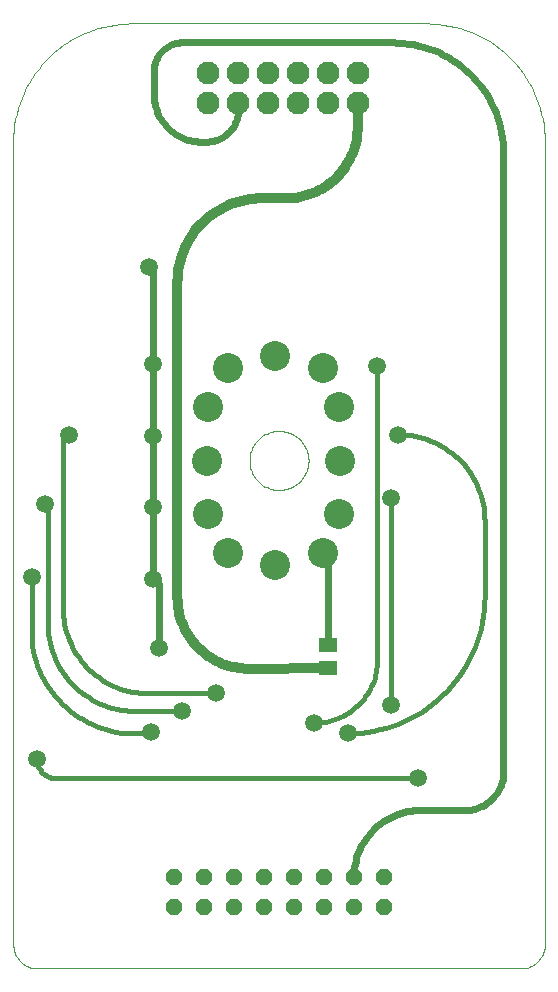
<source format=gbl>
G75*
G70*
%OFA0B0*%
%FSLAX24Y24*%
%IPPOS*%
%LPD*%
%AMOC8*
5,1,8,0,0,1.08239X$1,22.5*
%
%ADD10C,0.0000*%
%ADD11R,0.0630X0.0512*%
%ADD12OC8,0.0560*%
%ADD13C,0.0768*%
%ADD14C,0.1000*%
%ADD15C,0.0591*%
%ADD16C,0.0160*%
%ADD17C,0.0240*%
%ADD18C,0.0320*%
D10*
X000100Y000887D02*
X000100Y027659D01*
X000104Y027846D01*
X000118Y028033D01*
X000140Y028219D01*
X000171Y028404D01*
X000211Y028587D01*
X000259Y028768D01*
X000317Y028947D01*
X000382Y029122D01*
X000456Y029294D01*
X000538Y029463D01*
X000627Y029628D01*
X000725Y029788D01*
X000830Y029943D01*
X000942Y030093D01*
X001062Y030237D01*
X001188Y030376D01*
X001320Y030508D01*
X001459Y030634D01*
X001603Y030754D01*
X001753Y030866D01*
X001908Y030971D01*
X002068Y031069D01*
X002233Y031158D01*
X002402Y031240D01*
X002574Y031314D01*
X002749Y031379D01*
X002928Y031437D01*
X003109Y031485D01*
X003292Y031525D01*
X003477Y031556D01*
X003663Y031578D01*
X003850Y031592D01*
X004037Y031596D01*
X013880Y031596D01*
X014067Y031592D01*
X014254Y031578D01*
X014440Y031556D01*
X014625Y031525D01*
X014808Y031485D01*
X014989Y031437D01*
X015168Y031379D01*
X015343Y031314D01*
X015515Y031240D01*
X015684Y031158D01*
X015848Y031069D01*
X016009Y030971D01*
X016164Y030866D01*
X016314Y030754D01*
X016458Y030634D01*
X016597Y030508D01*
X016729Y030376D01*
X016855Y030237D01*
X016975Y030093D01*
X017087Y029943D01*
X017192Y029788D01*
X017290Y029628D01*
X017379Y029463D01*
X017461Y029294D01*
X017535Y029122D01*
X017600Y028947D01*
X017658Y028768D01*
X017706Y028587D01*
X017746Y028404D01*
X017777Y028219D01*
X017799Y028033D01*
X017813Y027846D01*
X017817Y027659D01*
X017817Y000887D01*
X017816Y000887D02*
X017814Y000833D01*
X017809Y000780D01*
X017800Y000727D01*
X017787Y000675D01*
X017771Y000623D01*
X017751Y000573D01*
X017728Y000525D01*
X017701Y000478D01*
X017672Y000433D01*
X017639Y000390D01*
X017604Y000350D01*
X017566Y000312D01*
X017526Y000277D01*
X017483Y000244D01*
X017438Y000215D01*
X017391Y000188D01*
X017343Y000165D01*
X017293Y000145D01*
X017241Y000129D01*
X017189Y000116D01*
X017136Y000107D01*
X017083Y000102D01*
X017029Y000100D01*
X000887Y000100D01*
X000833Y000102D01*
X000780Y000107D01*
X000727Y000116D01*
X000675Y000129D01*
X000623Y000145D01*
X000573Y000165D01*
X000525Y000188D01*
X000478Y000215D01*
X000433Y000244D01*
X000390Y000277D01*
X000350Y000312D01*
X000312Y000350D01*
X000277Y000390D01*
X000244Y000433D01*
X000215Y000478D01*
X000188Y000525D01*
X000165Y000573D01*
X000145Y000623D01*
X000129Y000675D01*
X000116Y000727D01*
X000107Y000780D01*
X000102Y000833D01*
X000100Y000887D01*
X007974Y017029D02*
X007976Y017091D01*
X007982Y017154D01*
X007992Y017215D01*
X008006Y017276D01*
X008023Y017336D01*
X008044Y017395D01*
X008070Y017452D01*
X008098Y017507D01*
X008130Y017561D01*
X008166Y017612D01*
X008204Y017662D01*
X008246Y017708D01*
X008290Y017752D01*
X008338Y017793D01*
X008387Y017831D01*
X008439Y017865D01*
X008493Y017896D01*
X008549Y017924D01*
X008607Y017948D01*
X008666Y017969D01*
X008726Y017985D01*
X008787Y017998D01*
X008849Y018007D01*
X008911Y018012D01*
X008974Y018013D01*
X009036Y018010D01*
X009098Y018003D01*
X009160Y017992D01*
X009220Y017977D01*
X009280Y017959D01*
X009338Y017937D01*
X009395Y017911D01*
X009450Y017881D01*
X009503Y017848D01*
X009554Y017812D01*
X009602Y017773D01*
X009648Y017730D01*
X009691Y017685D01*
X009731Y017637D01*
X009768Y017587D01*
X009802Y017534D01*
X009833Y017480D01*
X009859Y017424D01*
X009883Y017366D01*
X009902Y017306D01*
X009918Y017246D01*
X009930Y017184D01*
X009938Y017123D01*
X009942Y017060D01*
X009942Y016998D01*
X009938Y016935D01*
X009930Y016874D01*
X009918Y016812D01*
X009902Y016752D01*
X009883Y016692D01*
X009859Y016634D01*
X009833Y016578D01*
X009802Y016524D01*
X009768Y016471D01*
X009731Y016421D01*
X009691Y016373D01*
X009648Y016328D01*
X009602Y016285D01*
X009554Y016246D01*
X009503Y016210D01*
X009450Y016177D01*
X009395Y016147D01*
X009338Y016121D01*
X009280Y016099D01*
X009220Y016081D01*
X009160Y016066D01*
X009098Y016055D01*
X009036Y016048D01*
X008974Y016045D01*
X008911Y016046D01*
X008849Y016051D01*
X008787Y016060D01*
X008726Y016073D01*
X008666Y016089D01*
X008607Y016110D01*
X008549Y016134D01*
X008493Y016162D01*
X008439Y016193D01*
X008387Y016227D01*
X008338Y016265D01*
X008290Y016306D01*
X008246Y016350D01*
X008204Y016396D01*
X008166Y016446D01*
X008130Y016497D01*
X008098Y016551D01*
X008070Y016606D01*
X008044Y016663D01*
X008023Y016722D01*
X008006Y016782D01*
X007992Y016843D01*
X007982Y016904D01*
X007976Y016967D01*
X007974Y017029D01*
D11*
X010576Y010876D03*
X010576Y010128D03*
D12*
X010443Y003151D03*
X010443Y002151D03*
X011443Y002151D03*
X011443Y003151D03*
X012443Y003151D03*
X012443Y002151D03*
X009443Y002151D03*
X009443Y003151D03*
X008443Y003151D03*
X008443Y002151D03*
X007443Y002151D03*
X007443Y003151D03*
X006443Y003151D03*
X006443Y002151D03*
X005443Y002151D03*
X005443Y003151D03*
D13*
X006584Y028939D03*
X006584Y029939D03*
X007584Y029939D03*
X007584Y028939D03*
X008584Y028939D03*
X008584Y029939D03*
X009584Y029939D03*
X009584Y028939D03*
X010584Y028939D03*
X010584Y029939D03*
X011584Y029939D03*
X011584Y028939D03*
D14*
X008833Y020501D03*
X007258Y020107D03*
X006596Y018801D03*
X006546Y017029D03*
X006596Y015257D03*
X007258Y013951D03*
X008833Y013558D03*
X010408Y013951D03*
X010945Y015257D03*
X010995Y017029D03*
X010945Y018801D03*
X010408Y020107D03*
D15*
X012226Y020179D03*
X012935Y017895D03*
X012698Y015769D03*
X012698Y008880D03*
X013604Y006439D03*
X011242Y007935D03*
X010139Y008289D03*
X006872Y009273D03*
X005730Y008683D03*
X004706Y007974D03*
X004943Y010769D03*
X004746Y013092D03*
X004746Y015494D03*
X004746Y017856D03*
X004746Y020257D03*
X004628Y023486D03*
X001950Y017895D03*
X001163Y015572D03*
X000730Y013131D03*
X000887Y007069D03*
D16*
X000889Y007020D01*
X000895Y006970D01*
X000904Y006922D01*
X000918Y006874D01*
X000935Y006828D01*
X000956Y006783D01*
X000980Y006740D01*
X001007Y006699D01*
X001038Y006660D01*
X001072Y006624D01*
X001108Y006590D01*
X001147Y006559D01*
X001188Y006532D01*
X001231Y006508D01*
X001276Y006487D01*
X001322Y006470D01*
X001370Y006456D01*
X001418Y006447D01*
X001468Y006441D01*
X001517Y006439D01*
X013604Y006439D01*
X012698Y008880D02*
X012698Y015769D01*
X012935Y017895D02*
X013072Y017892D01*
X013208Y017882D01*
X013344Y017866D01*
X013479Y017843D01*
X013613Y017814D01*
X013745Y017779D01*
X013875Y017737D01*
X014003Y017689D01*
X014129Y017635D01*
X014252Y017576D01*
X014372Y017510D01*
X014489Y017439D01*
X014602Y017362D01*
X014712Y017280D01*
X014817Y017193D01*
X014918Y017101D01*
X015015Y017004D01*
X015107Y016903D01*
X015194Y016798D01*
X015276Y016688D01*
X015353Y016575D01*
X015424Y016458D01*
X015490Y016338D01*
X015549Y016215D01*
X015603Y016089D01*
X015651Y015961D01*
X015693Y015831D01*
X015728Y015699D01*
X015757Y015565D01*
X015780Y015430D01*
X015796Y015294D01*
X015806Y015158D01*
X015809Y015021D01*
X015809Y012502D01*
X012226Y010376D02*
X012226Y020179D01*
X015809Y012502D02*
X015804Y012285D01*
X015788Y012068D01*
X015763Y011852D01*
X015726Y011638D01*
X015680Y011425D01*
X015624Y011215D01*
X015558Y011008D01*
X015482Y010805D01*
X015396Y010605D01*
X015301Y010409D01*
X015197Y010219D01*
X015084Y010033D01*
X014962Y009853D01*
X014832Y009679D01*
X014694Y009511D01*
X014547Y009350D01*
X014394Y009197D01*
X014233Y009050D01*
X014065Y008912D01*
X013891Y008782D01*
X013711Y008660D01*
X013526Y008547D01*
X013335Y008443D01*
X013139Y008348D01*
X012939Y008262D01*
X012736Y008186D01*
X012529Y008120D01*
X012319Y008064D01*
X012106Y008018D01*
X011892Y007981D01*
X011676Y007956D01*
X011459Y007940D01*
X011242Y007935D01*
X010139Y008289D02*
X010238Y008291D01*
X010337Y008298D01*
X010436Y008310D01*
X010534Y008327D01*
X010631Y008348D01*
X010727Y008374D01*
X010822Y008404D01*
X010915Y008438D01*
X011006Y008478D01*
X011095Y008521D01*
X011183Y008569D01*
X011267Y008620D01*
X011350Y008676D01*
X011429Y008736D01*
X011506Y008799D01*
X011579Y008866D01*
X011649Y008936D01*
X011716Y009009D01*
X011779Y009086D01*
X011839Y009165D01*
X011895Y009248D01*
X011946Y009333D01*
X011994Y009420D01*
X012037Y009509D01*
X012077Y009600D01*
X012111Y009693D01*
X012141Y009788D01*
X012167Y009884D01*
X012188Y009981D01*
X012205Y010079D01*
X012217Y010178D01*
X012224Y010277D01*
X012226Y010376D01*
X006872Y009273D02*
X004588Y009273D01*
X004116Y008683D02*
X005730Y008683D01*
X004706Y007974D02*
X004537Y007951D01*
X004368Y007937D01*
X004198Y007930D01*
X004027Y007932D01*
X003857Y007943D01*
X003688Y007962D01*
X003520Y007989D01*
X003354Y008024D01*
X003189Y008067D01*
X003027Y008119D01*
X002867Y008178D01*
X002710Y008245D01*
X002557Y008320D01*
X002408Y008402D01*
X002263Y008491D01*
X002123Y008587D01*
X001987Y008691D01*
X001857Y008800D01*
X001732Y008916D01*
X001613Y009038D01*
X001501Y009166D01*
X001394Y009298D01*
X001295Y009436D01*
X001202Y009579D01*
X001116Y009726D01*
X001038Y009877D01*
X000967Y010032D01*
X000903Y010190D01*
X000848Y010351D01*
X000801Y010515D01*
X000761Y010680D01*
X000730Y010848D01*
X000730Y013131D01*
X001754Y012108D02*
X001754Y017698D01*
X001753Y017698D02*
X001755Y017724D01*
X001760Y017749D01*
X001768Y017773D01*
X001779Y017797D01*
X001794Y017818D01*
X001811Y017837D01*
X001830Y017854D01*
X001852Y017869D01*
X001875Y017880D01*
X001899Y017888D01*
X001924Y017893D01*
X001950Y017895D01*
X001163Y015572D02*
X001169Y015560D01*
X001178Y015549D01*
X001188Y015540D01*
X001201Y015534D01*
X001214Y015530D01*
X001228Y015530D01*
X001242Y015533D01*
X001242Y011675D01*
X001242Y011531D01*
X001250Y011387D01*
X001265Y011244D01*
X001286Y011102D01*
X001315Y010961D01*
X001351Y010821D01*
X001393Y010683D01*
X001442Y010548D01*
X001498Y010415D01*
X001560Y010285D01*
X001629Y010159D01*
X001703Y010035D01*
X001784Y009916D01*
X001870Y009801D01*
X001962Y009690D01*
X002059Y009584D01*
X002161Y009482D01*
X002268Y009386D01*
X002380Y009295D01*
X002496Y009210D01*
X002616Y009130D01*
X002740Y009057D01*
X002867Y008989D01*
X002998Y008928D01*
X003131Y008874D01*
X003267Y008826D01*
X003405Y008785D01*
X003545Y008750D01*
X003686Y008723D01*
X003829Y008703D01*
X003972Y008689D01*
X004116Y008683D01*
X004588Y009273D02*
X004453Y009276D01*
X004319Y009286D01*
X004185Y009302D01*
X004051Y009324D01*
X003920Y009353D01*
X003789Y009388D01*
X003661Y009429D01*
X003534Y009476D01*
X003410Y009529D01*
X003289Y009588D01*
X003170Y009653D01*
X003055Y009723D01*
X002944Y009799D01*
X002836Y009880D01*
X002731Y009965D01*
X002632Y010056D01*
X002536Y010152D01*
X002445Y010251D01*
X002360Y010356D01*
X002279Y010464D01*
X002203Y010575D01*
X002133Y010691D01*
X002068Y010809D01*
X002009Y010930D01*
X001956Y011054D01*
X001909Y011181D01*
X001868Y011309D01*
X001833Y011440D01*
X001804Y011571D01*
X001782Y011705D01*
X001766Y011839D01*
X001756Y011973D01*
X001753Y012108D01*
D17*
X004746Y013092D02*
X004772Y013090D01*
X004797Y013085D01*
X004821Y013077D01*
X004845Y013066D01*
X004866Y013051D01*
X004885Y013034D01*
X004902Y013015D01*
X004917Y012994D01*
X004928Y012970D01*
X004936Y012946D01*
X004941Y012921D01*
X004943Y012895D01*
X004943Y010769D01*
X004746Y013092D02*
X004746Y015494D01*
X004746Y017856D01*
X004746Y020257D01*
X004746Y023368D01*
X004744Y023388D01*
X004739Y023408D01*
X004730Y023427D01*
X004718Y023444D01*
X004704Y023458D01*
X004687Y023470D01*
X004668Y023479D01*
X004648Y023484D01*
X004628Y023486D01*
X006360Y027659D02*
X006517Y027659D01*
X006582Y027661D01*
X006648Y027667D01*
X006713Y027677D01*
X006777Y027691D01*
X006840Y027708D01*
X006902Y027729D01*
X006962Y027755D01*
X007021Y027783D01*
X007078Y027815D01*
X007133Y027851D01*
X007186Y027890D01*
X007236Y027932D01*
X007284Y027977D01*
X007329Y028024D01*
X007371Y028075D01*
X007410Y028127D01*
X007445Y028182D01*
X007478Y028239D01*
X007506Y028298D01*
X007531Y028359D01*
X007553Y028421D01*
X007570Y028484D01*
X007584Y028548D01*
X007594Y028613D01*
X007600Y028678D01*
X007602Y028743D01*
X007600Y028809D01*
X007594Y028874D01*
X007584Y028939D01*
X006360Y027659D02*
X006283Y027661D01*
X006206Y027667D01*
X006129Y027676D01*
X006053Y027689D01*
X005977Y027706D01*
X005903Y027727D01*
X005829Y027751D01*
X005757Y027779D01*
X005687Y027810D01*
X005618Y027845D01*
X005550Y027883D01*
X005485Y027924D01*
X005422Y027969D01*
X005361Y028017D01*
X005302Y028067D01*
X005246Y028120D01*
X005193Y028176D01*
X005143Y028235D01*
X005095Y028296D01*
X005050Y028359D01*
X005009Y028424D01*
X004971Y028492D01*
X004936Y028561D01*
X004905Y028631D01*
X004877Y028703D01*
X004853Y028777D01*
X004832Y028851D01*
X004815Y028927D01*
X004802Y029003D01*
X004793Y029080D01*
X004787Y029157D01*
X004785Y029234D01*
X004785Y030021D01*
X004787Y030080D01*
X004792Y030139D01*
X004802Y030198D01*
X004815Y030256D01*
X004831Y030313D01*
X004851Y030369D01*
X004875Y030423D01*
X004902Y030476D01*
X004932Y030527D01*
X004965Y030576D01*
X005002Y030623D01*
X005041Y030668D01*
X005083Y030710D01*
X005128Y030749D01*
X005175Y030786D01*
X005224Y030819D01*
X005275Y030849D01*
X005328Y030876D01*
X005382Y030900D01*
X005438Y030920D01*
X005495Y030936D01*
X005553Y030949D01*
X005612Y030959D01*
X005671Y030964D01*
X005730Y030966D01*
X012738Y030966D01*
X012914Y030962D01*
X013090Y030949D01*
X013265Y030928D01*
X013438Y030899D01*
X013611Y030862D01*
X013781Y030816D01*
X013948Y030762D01*
X014114Y030701D01*
X014275Y030632D01*
X014434Y030555D01*
X014588Y030470D01*
X014739Y030378D01*
X014885Y030280D01*
X015026Y030174D01*
X015162Y030062D01*
X015292Y029944D01*
X015417Y029819D01*
X015535Y029689D01*
X015647Y029553D01*
X015753Y029412D01*
X015851Y029266D01*
X015943Y029116D01*
X016028Y028961D01*
X016105Y028802D01*
X016174Y028641D01*
X016235Y028475D01*
X016289Y028308D01*
X016335Y028138D01*
X016372Y027965D01*
X016401Y027792D01*
X016422Y027617D01*
X016435Y027441D01*
X016439Y027265D01*
X016439Y006675D01*
X016438Y006675D02*
X016436Y006605D01*
X016430Y006535D01*
X016421Y006465D01*
X016408Y006396D01*
X016391Y006327D01*
X016370Y006260D01*
X016346Y006194D01*
X016318Y006130D01*
X016287Y006067D01*
X016252Y006005D01*
X016214Y005946D01*
X016173Y005889D01*
X016129Y005834D01*
X016082Y005782D01*
X016032Y005732D01*
X015980Y005685D01*
X015925Y005641D01*
X015868Y005600D01*
X015809Y005562D01*
X015747Y005527D01*
X015684Y005496D01*
X015620Y005468D01*
X015554Y005444D01*
X015487Y005423D01*
X015418Y005406D01*
X015349Y005393D01*
X015279Y005384D01*
X015209Y005378D01*
X015139Y005376D01*
X013667Y005376D01*
X013667Y005375D02*
X013558Y005372D01*
X013449Y005364D01*
X013341Y005351D01*
X013233Y005332D01*
X013127Y005308D01*
X013021Y005279D01*
X012918Y005245D01*
X012816Y005206D01*
X012716Y005161D01*
X012619Y005112D01*
X012524Y005059D01*
X012431Y005000D01*
X012342Y004937D01*
X012256Y004870D01*
X012173Y004799D01*
X012094Y004724D01*
X012019Y004645D01*
X011948Y004562D01*
X011881Y004476D01*
X011818Y004387D01*
X011759Y004294D01*
X011706Y004199D01*
X011657Y004102D01*
X011612Y004002D01*
X011573Y003900D01*
X011539Y003797D01*
X011510Y003691D01*
X011486Y003585D01*
X011467Y003477D01*
X011454Y003369D01*
X011446Y003260D01*
X011443Y003151D01*
X010576Y010876D02*
X010576Y013783D01*
X010574Y013807D01*
X010569Y013830D01*
X010561Y013853D01*
X010549Y013874D01*
X010535Y013893D01*
X010518Y013910D01*
X010499Y013924D01*
X010478Y013936D01*
X010455Y013944D01*
X010432Y013949D01*
X010408Y013951D01*
D18*
X010576Y010128D02*
X007946Y010088D01*
X007833Y010091D01*
X007720Y010099D01*
X007608Y010112D01*
X007497Y010131D01*
X007386Y010155D01*
X007277Y010184D01*
X007170Y010219D01*
X007064Y010258D01*
X006960Y010303D01*
X006858Y010352D01*
X006759Y010406D01*
X006663Y010465D01*
X006569Y010528D01*
X006478Y010596D01*
X006391Y010668D01*
X006308Y010744D01*
X006228Y010824D01*
X006152Y010907D01*
X006080Y010994D01*
X006012Y011085D01*
X005949Y011179D01*
X005890Y011275D01*
X005836Y011374D01*
X005787Y011476D01*
X005742Y011580D01*
X005703Y011686D01*
X005668Y011793D01*
X005639Y011902D01*
X005615Y012013D01*
X005596Y012124D01*
X005583Y012236D01*
X005575Y012349D01*
X005572Y012462D01*
X005572Y022966D01*
X005573Y022966D02*
X005576Y023099D01*
X005586Y023232D01*
X005602Y023365D01*
X005624Y023496D01*
X005652Y023627D01*
X005687Y023756D01*
X005727Y023883D01*
X005774Y024008D01*
X005826Y024130D01*
X005885Y024250D01*
X005949Y024368D01*
X006018Y024481D01*
X006093Y024592D01*
X006173Y024699D01*
X006258Y024802D01*
X006347Y024900D01*
X006442Y024995D01*
X006540Y025084D01*
X006643Y025169D01*
X006750Y025249D01*
X006861Y025324D01*
X006974Y025393D01*
X007092Y025457D01*
X007212Y025516D01*
X007334Y025568D01*
X007459Y025615D01*
X007586Y025655D01*
X007715Y025690D01*
X007846Y025718D01*
X007977Y025740D01*
X008110Y025756D01*
X008243Y025766D01*
X008376Y025769D01*
X009194Y025769D01*
X009308Y025772D01*
X009421Y025780D01*
X009534Y025793D01*
X009646Y025812D01*
X009757Y025836D01*
X009867Y025866D01*
X009976Y025900D01*
X010082Y025940D01*
X010187Y025985D01*
X010289Y026035D01*
X010389Y026089D01*
X010486Y026148D01*
X010580Y026212D01*
X010671Y026280D01*
X010759Y026353D01*
X010843Y026429D01*
X010924Y026510D01*
X011000Y026594D01*
X011073Y026682D01*
X011141Y026773D01*
X011205Y026867D01*
X011264Y026964D01*
X011318Y027064D01*
X011368Y027166D01*
X011413Y027271D01*
X011453Y027377D01*
X011487Y027486D01*
X011517Y027596D01*
X011541Y027707D01*
X011560Y027819D01*
X011573Y027932D01*
X011581Y028045D01*
X011584Y028159D01*
X011584Y028939D01*
M02*

</source>
